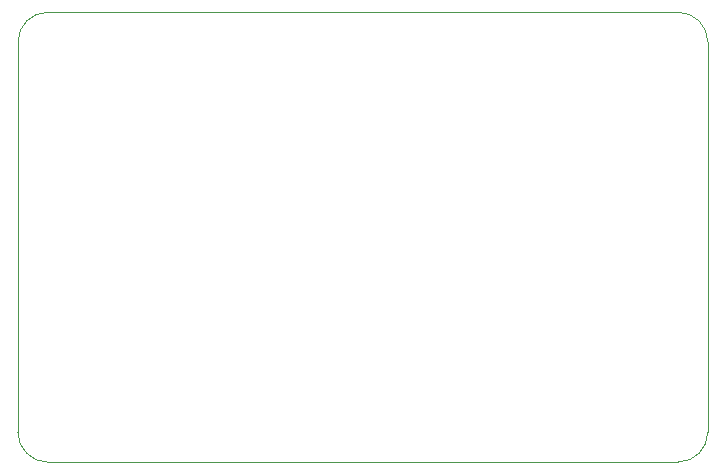
<source format=gbr>
%TF.GenerationSoftware,KiCad,Pcbnew,7.0.8*%
%TF.CreationDate,2025-03-09T22:18:45+01:00*%
%TF.ProjectId,Schematics,53636865-6d61-4746-9963-732e6b696361,rev?*%
%TF.SameCoordinates,Original*%
%TF.FileFunction,Profile,NP*%
%FSLAX46Y46*%
G04 Gerber Fmt 4.6, Leading zero omitted, Abs format (unit mm)*
G04 Created by KiCad (PCBNEW 7.0.8) date 2025-03-09 22:18:45*
%MOMM*%
%LPD*%
G01*
G04 APERTURE LIST*
%TA.AperFunction,Profile*%
%ADD10C,0.100000*%
%TD*%
G04 APERTURE END LIST*
D10*
X180340000Y-88900000D02*
X180340000Y-121920000D01*
X124460000Y-124460000D02*
X177800000Y-124460000D01*
X121920000Y-88900000D02*
X121920000Y-121920000D01*
X177800000Y-86360000D02*
X124460000Y-86360000D01*
X180340000Y-88900000D02*
G75*
G03*
X177800000Y-86360000I-2540000J0D01*
G01*
X124460000Y-86360000D02*
G75*
G03*
X121920000Y-88900000I0J-2540000D01*
G01*
X121920000Y-121920000D02*
G75*
G03*
X124460000Y-124460000I2540000J0D01*
G01*
X177800000Y-124460000D02*
G75*
G03*
X180340000Y-121920000I0J2540000D01*
G01*
M02*

</source>
